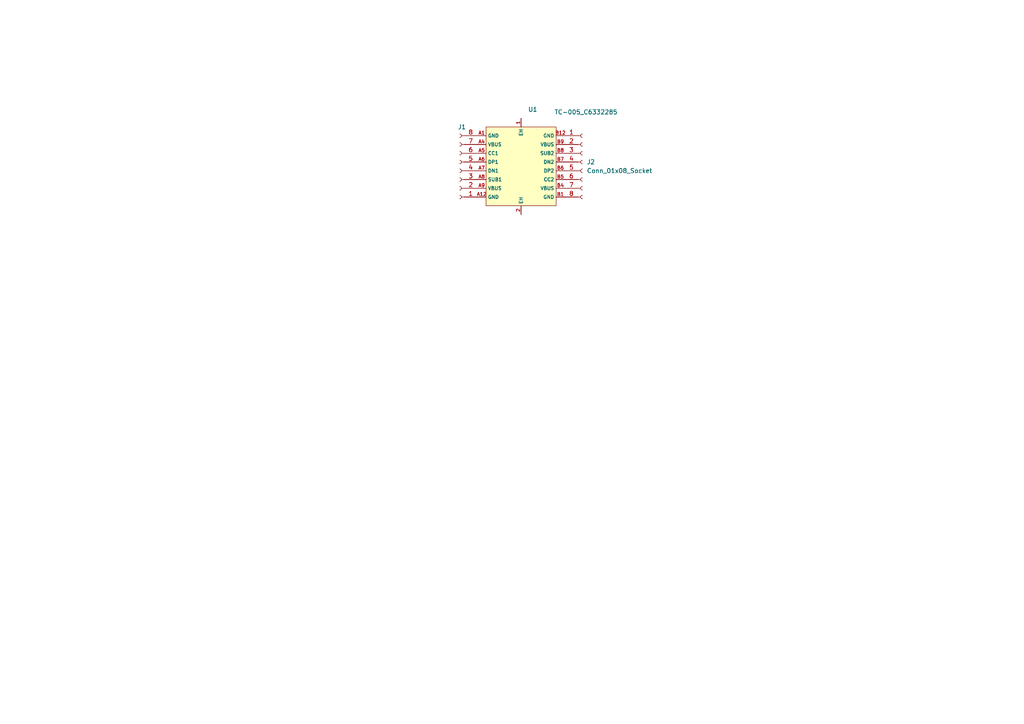
<source format=kicad_sch>
(kicad_sch (version 20231120) (generator "eeschema") (generator_version "8.0")
  (paper "A4")
  (lib_symbols
    (symbol "Connector:Conn_01x08_Socket" (pin_names (offset 1.016) hide)
      (property "Reference" "J" (at 0 10.16 0))
      (property "Value" "Conn_01x08_Socket" (at 0 -12.7 0))
      (symbol "Conn_01x08_Socket_1_1"
        (arc (start 0 -9.652) (mid -0.5058 -10.16) (end 0 -10.668) (stroke (width 0.1524)))
        (arc (start 0 -7.112) (mid -0.5058 -7.62) (end 0 -8.128) (stroke (width 0.1524)))
        (arc (start 0 -4.572) (mid -0.5058 -5.08) (end 0 -5.588) (stroke (width 0.1524)))
        (arc (start 0 -2.032) (mid -0.5058 -2.54) (end 0 -3.048) (stroke (width 0.1524)))
        (polyline (pts (xy -1.27 -10.16) (xy -0.508 -10.16)) (stroke (width 0.1524)))
        (polyline (pts (xy -1.27 -7.62) (xy -0.508 -7.62)) (stroke (width 0.1524)))
        (polyline (pts (xy -1.27 -5.08) (xy -0.508 -5.08)) (stroke (width 0.1524)))
        (polyline (pts (xy -1.27 -2.54) (xy -0.508 -2.54)) (stroke (width 0.1524)))
        (polyline (pts (xy -1.27 0) (xy -0.508 0)) (stroke (width 0.1524)))
        (polyline (pts (xy -1.27 2.54) (xy -0.508 2.54)) (stroke (width 0.1524)))
        (polyline (pts (xy -1.27 5.08) (xy -0.508 5.08)) (stroke (width 0.1524)))
        (polyline (pts (xy -1.27 7.62) (xy -0.508 7.62)) (stroke (width 0.1524)))
        (arc (start 0 0.508) (mid -0.5058 0) (end 0 -0.508) (stroke (width 0.1524)))
        (arc (start 0 3.048) (mid -0.5058 2.54) (end 0 2.032) (stroke (width 0.1524)))
        (arc (start 0 5.588) (mid -0.5058 5.08) (end 0 4.572) (stroke (width 0.1524)))
        (arc (start 0 8.128) (mid -0.5058 7.62) (end 0 7.112) (stroke (width 0.1524)))
        (pin passive line (at -5.08 7.62 0) (length 3.81) (name "Pin_1") (number "1"))
        (pin passive line (at -5.08 5.08 0) (length 3.81) (name "Pin_2") (number "2"))
        (pin passive line (at -5.08 2.54 0) (length 3.81) (name "Pin_3") (number "3"))
        (pin passive line (at -5.08 0 0) (length 3.81) (name "Pin_4") (number "4"))
        (pin passive line (at -5.08 -2.54 0) (length 3.81) (name "Pin_5") (number "5"))
        (pin passive line (at -5.08 -5.08 0) (length 3.81) (name "Pin_6") (number "6"))
        (pin passive line (at -5.08 -7.62 0) (length 3.81) (name "Pin_7") (number "7"))
        (pin passive line (at -5.08 -10.16 0) (length 3.81) (name "Pin_8") (number "8"))
      )
    )
    (symbol "TC-005_C6332285:TC-005_C6332285"
      (property "Reference" "U" (at 0 1.27 0))
      (property "Value" "TC-005_C6332285" (at 0 -2.54 0))
      (symbol "TC-005_C6332285_0_1"
        (rectangle (start -10.16 11.43) (end 10.16 -11.43) (fill (type background)))
        (pin unspecified line (at 0 13.97 270) (length 2.54) (name "EH") (number "1"))
        (pin unspecified line (at 0 -13.97 90) (length 2.54) (name "EH") (number "2"))
        (pin unspecified line (at -12.7 8.89 0) (length 2.54) (name "GND") (number "A1"))
        (pin unspecified line (at -12.7 -8.89 0) (length 2.54) (name "GND") (number "A12"))
        (pin unspecified line (at -12.7 6.35 0) (length 2.54) (name "VBUS") (number "A4"))
        (pin unspecified line (at -12.7 3.81 0) (length 2.54) (name "CC1") (number "A5"))
        (pin unspecified line (at -12.7 1.27 0) (length 2.54) (name "DP1") (number "A6"))
        (pin unspecified line (at -12.7 -1.27 0) (length 2.54) (name "DN1") (number "A7"))
        (pin unspecified line (at -12.7 -3.81 0) (length 2.54) (name "SUB1") (number "A8"))
        (pin unspecified line (at -12.7 -6.35 0) (length 2.54) (name "VBUS") (number "A9"))
        (pin unspecified line (at 12.7 -8.89 180) (length 2.54) (name "GND") (number "B1"))
        (pin unspecified line (at 12.7 8.89 180) (length 2.54) (name "GND") (number "B12"))
        (pin unspecified line (at 12.7 -6.35 180) (length 2.54) (name "VBUS") (number "B4"))
        (pin unspecified line (at 12.7 -3.81 180) (length 2.54) (name "CC2") (number "B5"))
        (pin unspecified line (at 12.7 -1.27 180) (length 2.54) (name "DP2") (number "B6"))
        (pin unspecified line (at 12.7 1.27 180) (length 2.54) (name "DN2") (number "B7"))
        (pin unspecified line (at 12.7 3.81 180) (length 2.54) (name "SUB2") (number "B8"))
        (pin unspecified line (at 12.7 6.35 180) (length 2.54) (name "VBUS") (number "B9"))
      )
    )
  )
  (symbol (lib_id "TC-005_C6332285:TC-005_C6332285") (at 151.13 48.26 0) (unit 1)
    (property "Reference" "U1" (at 153.1384 31.75 0) (effects (justify left)))
    (property "Value" "TC-005_C6332285" (at 160.782 32.512 0) (effects (justify left)))
    (property "Footprint" "tc:USB-C-SMD_TC-005" (effects (hide yes)))
    (property "Datasheet" "https://image.lceda.cn/SmtPdfFiles/2023/9/3/cio13aEJdhQ5RjQqN0SdKc34ZiIVzdBxIsLrmUCp.pdf" (effects (hide yes)))
    (property "LCSC" "C6332285" (effects (hide yes)))
  )
  (symbol (lib_id "Connector:Conn_01x08_Socket") (at 133.35 49.53 180) (unit 1)
    (property "Reference" "J1" (at 133.985 36.83 0))
    (property "Value" "Conn_01x08_Socket" (effects (hide yes)))
    (property "Footprint" "Connector_PinSocket_2.54mm:PinSocket_1x08_P2.54mm_Vertical" (effects (hide yes)))
    (property "Description" "Generic connector, single row, 01x08, script generated" (effects (hide yes)))
  )
  (symbol (lib_id "Connector:Conn_01x08_Socket") (at 168.91 46.99 0) (unit 1)
    (property "Reference" "J2" (at 170.18 46.9899 0) (effects (justify left)))
    (property "Value" "Conn_01x08_Socket" (at 170.18 49.5299 0) (effects (justify left)))
    (property "Footprint" "Connector_PinSocket_2.54mm:PinSocket_1x08_P2.54mm_Vertical" (effects (hide yes)))
    (property "Description" "Generic connector, single row, 01x08, script generated" (effects (hide yes)))
  )
)
</source>
